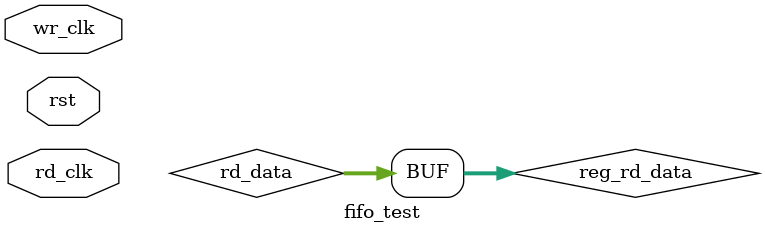
<source format=v>

module fifo_test(
    input   wr_clk,
    input   rst,
    input   rd_clk
   );

wire wr_full;
wire almost_full;
wire rd_empty;
wire almost_empty;
wire [11:0] rd_data;

reg [11:0] reg_rd_data;
reg [11:0] wr_data;
reg wr_en;
reg rd_en;

fifo_t u_fifo_t(
    .wr_clk(wr_clk),                // input
  .wr_rst(!rst),                // input
  .wr_en(wr_en),                  // input
  .wr_data(wr_data),              // input [7:0]
  .wr_full(wr_full),              // output
  .almost_full(almost_full),      // output
  .rd_clk(rd_clk),                // input
  .rd_rst(!rst),                // input
  .rd_en(rd_en),                  // input
  .rd_data(rd_data),              // output [7:0]
  .rd_empty(rd_empty),            // output
  .almost_empty(almost_empty)     // output
);

always @(posedge wr_clk or negedge rst) begin
    if(!rst) begin
        wr_data <= 'b0;
    end
    else if(wr_en == 1'b1) begin
        wr_data <= wr_data + 1'b1;
    end
    else begin
        wr_data <= wr_data;
    end
end

always @(posedge wr_clk or negedge rst) begin
    if(!rst) begin
        wr_en <= 'b0;
    end
    else if(wr_data >= 12'd2049) begin
        wr_en <= 1'b0;
    end
    else begin
        wr_en <= 1'b1;
    end
end

always @(posedge rd_clk or negedge rst) begin
    if(!rst) begin
        rd_en <= 'b0;
    end
    else if(wr_data == 'd2050) begin
        rd_en <= 1'b1;
    end
    else if(almost_empty == 1'b1) begin
        rd_en <= 1'b0;
    end
    else begin
        rd_en <= rd_en;
    end
end

        
always @(*) begin
    reg_rd_data <= rd_data;
end

endmodule
</source>
